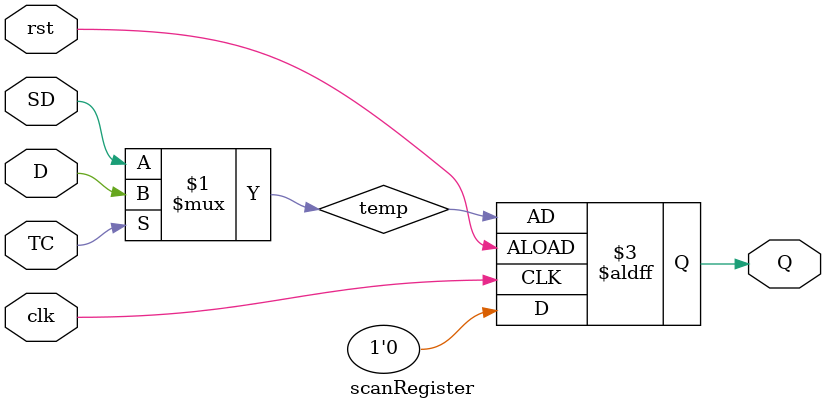
<source format=v>
`timescale 1ns / 1ps

module scanRegister(
input rst,
input clk,
input TC,
input SD,
input D,
output reg Q 
);


wire temp;

assign temp = TC  ?  D : SD  ;

always @ (posedge clk, negedge rst)
   begin
   
   if(rst)
     Q<=0;
   
   else 
     Q<=temp;

end



endmodule

</source>
